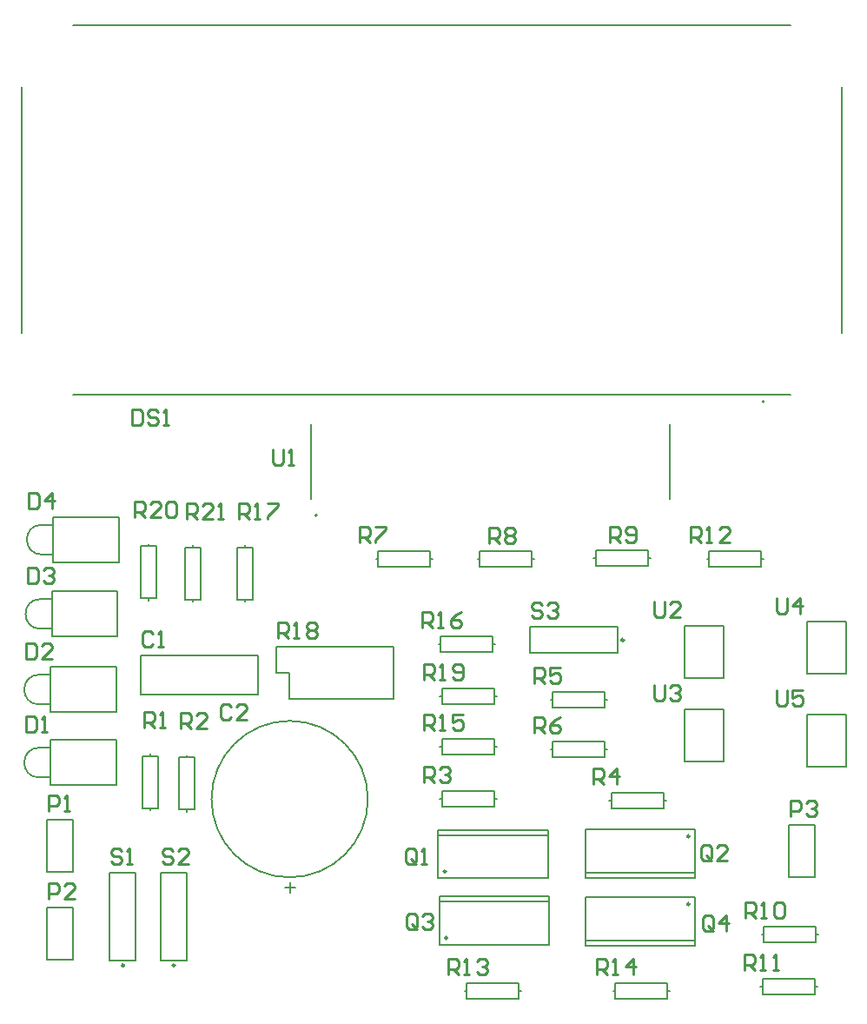
<source format=gto>
G04*
G04 #@! TF.GenerationSoftware,Altium Limited,Altium Designer,21.6.1 (37)*
G04*
G04 Layer_Color=65535*
%FSLAX25Y25*%
%MOIN*%
G70*
G04*
G04 #@! TF.SameCoordinates,3883BF2F-BC99-4846-9409-8211DB2FD588*
G04*
G04*
G04 #@! TF.FilePolarity,Positive*
G04*
G01*
G75*
%ADD10C,0.00984*%
%ADD11C,0.00500*%
%ADD12C,0.00787*%
%ADD13C,0.00591*%
%ADD14C,0.01000*%
D10*
X87496Y24256D02*
G03*
X87496Y24256I-492J0D01*
G01*
X284996Y73724D02*
G03*
X284996Y73724I-492J0D01*
G01*
Y47724D02*
G03*
X284996Y47724I-492J0D01*
G01*
X191488Y60276D02*
G03*
X191488Y60276I-492J0D01*
G01*
X191988Y34776D02*
G03*
X191988Y34776I-492J0D01*
G01*
X67996Y24256D02*
G03*
X67996Y24256I-492J0D01*
G01*
X259736Y149004D02*
G03*
X259736Y149004I-492J0D01*
G01*
D11*
X35346Y135709D02*
G03*
X35346Y124291I0J-5709D01*
G01*
Y107709D02*
G03*
X35346Y96291I0J-5709D01*
G01*
X36347Y193209D02*
G03*
X36347Y181791I0J-5709D01*
G01*
X35846Y164709D02*
G03*
X35846Y153291I0J-5709D01*
G01*
X64874Y121339D02*
Y138661D01*
X39677Y121339D02*
X64874D01*
X39677D02*
Y138661D01*
X64874D01*
X35346Y124291D02*
X39677D01*
X35346Y135709D02*
X39677D01*
X139602Y203248D02*
Y231752D01*
X277398Y203248D02*
Y231752D01*
X283000Y102500D02*
Y122500D01*
X298000D01*
Y102500D02*
Y122500D01*
X283000Y102500D02*
X298000D01*
X330000Y100500D02*
Y120500D01*
X345000D01*
Y100500D02*
Y120500D01*
X330000Y100500D02*
X345000D01*
X330000Y136000D02*
Y156000D01*
X345000D01*
Y136000D02*
Y156000D01*
X330000Y136000D02*
X345000D01*
X283000Y134500D02*
Y154500D01*
X298000D01*
Y134500D02*
Y154500D01*
X283000Y134500D02*
X298000D01*
X343480Y266756D02*
Y361244D01*
X28520Y266756D02*
Y361244D01*
X48205Y384866D02*
X323795D01*
X48205Y243134D02*
X323795D01*
X64874Y93339D02*
Y110661D01*
X39677Y93339D02*
X64874D01*
X39677D02*
Y110661D01*
X64874D01*
X35346Y96291D02*
X39677D01*
X35346Y107709D02*
X39677D01*
X65874Y178839D02*
Y196161D01*
X40677Y178839D02*
X65874D01*
X40677D02*
Y196161D01*
X65874D01*
X36347Y181791D02*
X40677D01*
X36347Y193209D02*
X40677D01*
X65374Y150339D02*
Y167661D01*
X40177Y150339D02*
X65374D01*
X40177D02*
Y167661D01*
X65374D01*
X35846Y153291D02*
X40177D01*
X35846Y164709D02*
X40177D01*
D12*
X141965Y196831D02*
G03*
X141965Y196831I-394J0D01*
G01*
X313559Y240378D02*
G03*
X313559Y240378I-394J0D01*
G01*
X161500Y88000D02*
G03*
X161500Y88000I-30000J0D01*
G01*
X77500Y185000D02*
Y185900D01*
Y164100D02*
Y165000D01*
Y185000D02*
X80500D01*
Y165000D02*
Y185000D01*
X74500Y165000D02*
X80500D01*
X74500D02*
Y185000D01*
X77500D01*
X224500Y180000D02*
X225400D01*
X203600D02*
X204500D01*
X224500Y177000D02*
Y180000D01*
X204500Y177000D02*
X224500D01*
X204500D02*
Y183000D01*
X224500D01*
Y180000D02*
Y183000D01*
X82000Y26150D02*
Y59850D01*
X92000D01*
Y26150D02*
Y59850D01*
X82000Y26150D02*
X92000D01*
X38500Y26500D02*
X48500D01*
X38500D02*
Y46500D01*
X48500D01*
Y26500D02*
Y46500D01*
X244937Y59748D02*
X287063D01*
X244937Y57780D02*
X287063D01*
X244937Y76284D02*
X287063D01*
Y57780D02*
Y76284D01*
X244937Y57780D02*
Y76284D01*
X244937Y33748D02*
X287063D01*
X244937Y31780D02*
X287063D01*
X244937Y50283D02*
X287063D01*
Y31780D02*
Y50283D01*
X244937Y31780D02*
Y50283D01*
X188437Y74252D02*
X230563D01*
X188437Y76221D02*
X230563D01*
X188437Y57717D02*
X230563D01*
X188437D02*
Y76221D01*
X230563Y57717D02*
Y76221D01*
X188937Y48752D02*
X231063D01*
X188937Y50721D02*
X231063D01*
X188937Y32217D02*
X231063D01*
X188937D02*
Y50721D01*
X231063Y32217D02*
Y50721D01*
X248100Y180500D02*
X249000D01*
X269000D02*
X269900D01*
X249000D02*
Y183500D01*
X269000D01*
Y177500D02*
Y183500D01*
X249000Y177500D02*
X269000D01*
X249000D02*
Y180500D01*
X255600Y14500D02*
X256500D01*
X276500D02*
X277400D01*
X256500D02*
Y17500D01*
X276500D01*
Y11500D02*
Y17500D01*
X256500Y11500D02*
X276500D01*
X256500D02*
Y14500D01*
X252500Y107000D02*
X253400D01*
X231600D02*
X232500D01*
X252500Y104000D02*
Y107000D01*
X232500Y104000D02*
X252500D01*
X232500D02*
Y110000D01*
X252500D01*
Y107000D02*
Y110000D01*
X210000Y88000D02*
X210900D01*
X189100D02*
X190000D01*
X210000Y85000D02*
Y88000D01*
X190000Y85000D02*
X210000D01*
X190000D02*
Y91000D01*
X210000D01*
Y88000D02*
Y91000D01*
Y108000D02*
Y111000D01*
X190000D02*
X210000D01*
X190000Y105000D02*
Y111000D01*
Y105000D02*
X210000D01*
Y108000D01*
X189100D02*
X190000D01*
X210000D02*
X210900D01*
X209500Y147500D02*
Y150500D01*
X189500D02*
X209500D01*
X189500Y144500D02*
Y150500D01*
Y144500D02*
X209500D01*
Y147500D01*
X188600D02*
X189500D01*
X209500D02*
X210400D01*
X62500Y26150D02*
Y59850D01*
X72500D01*
Y26150D02*
Y59850D01*
X62500Y26150D02*
X72500D01*
X38500Y60000D02*
X48500D01*
X38500D02*
Y80000D01*
X48500D01*
Y60000D02*
Y80000D01*
X78000Y84500D02*
X81000D01*
Y104500D01*
X75000D02*
X81000D01*
X75000Y84500D02*
Y104500D01*
Y84500D02*
X78000D01*
Y104500D02*
Y105400D01*
Y83600D02*
Y84500D01*
X92000Y84000D02*
X95000D01*
Y104000D01*
X89000D02*
X95000D01*
X89000Y84000D02*
Y104000D01*
Y84000D02*
X92000D01*
Y104000D02*
Y104900D01*
Y83100D02*
Y84000D01*
X119500Y128000D02*
Y143000D01*
X74500Y128000D02*
X119500D01*
X74500D02*
Y143000D01*
X119500D01*
X255000Y84500D02*
Y87500D01*
Y84500D02*
X275000D01*
Y90500D01*
X255000D02*
X275000D01*
X255000Y87500D02*
Y90500D01*
X275000Y87500D02*
X275900D01*
X254100D02*
X255000D01*
X232500Y123000D02*
Y126000D01*
Y123000D02*
X252500D01*
Y129000D01*
X232500D02*
X252500D01*
X232500Y126000D02*
Y129000D01*
X252500Y126000D02*
X253400D01*
X231600D02*
X232500D01*
X185500Y180000D02*
Y183000D01*
X165500D02*
X185500D01*
X165500Y177000D02*
Y183000D01*
Y177000D02*
X185500D01*
Y180000D01*
X164600D02*
X165500D01*
X185500D02*
X186400D01*
X292500Y177000D02*
Y180000D01*
Y177000D02*
X312500D01*
Y183000D01*
X292500D02*
X312500D01*
X292500Y180000D02*
Y183000D01*
X312500Y180000D02*
X313400D01*
X291600D02*
X292500D01*
X333000Y16000D02*
Y19000D01*
X313000D02*
X333000D01*
X313000Y13000D02*
Y19000D01*
Y13000D02*
X333000D01*
Y16000D01*
X312100D02*
X313000D01*
X333000D02*
X333900D01*
X333500Y36000D02*
Y39000D01*
X313500D02*
X333500D01*
X313500Y33000D02*
Y39000D01*
Y33000D02*
X333500D01*
Y36000D01*
X312600D02*
X313500D01*
X333500D02*
X334400D01*
X219500Y14500D02*
Y17500D01*
X199500D02*
X219500D01*
X199500Y11500D02*
Y17500D01*
Y11500D02*
X219500D01*
Y14500D01*
X198600D02*
X199500D01*
X219500D02*
X220400D01*
X111500Y184500D02*
X114500D01*
X111500Y164500D02*
Y184500D01*
Y164500D02*
X117500D01*
Y184500D01*
X114500D02*
X117500D01*
X114500Y163600D02*
Y164500D01*
Y184500D02*
Y185400D01*
X171500Y126500D02*
Y146500D01*
X126500D02*
X171500D01*
X126500Y136500D02*
Y146500D01*
Y136500D02*
X131500D01*
Y126500D02*
Y136500D01*
Y126500D02*
X171500D01*
X323000Y58000D02*
X333000D01*
X323000D02*
Y78000D01*
X333000D01*
Y58000D02*
Y78000D01*
X223650Y144000D02*
X257350D01*
X223650D02*
Y154000D01*
X257350D01*
Y144000D02*
Y154000D01*
X210000Y127500D02*
Y130500D01*
X190000D02*
X210000D01*
X190000Y124500D02*
Y130500D01*
Y124500D02*
X210000D01*
Y127500D01*
X189100D02*
X190000D01*
X210000D02*
X210900D01*
X91500Y184500D02*
X94500D01*
X91500Y164500D02*
Y184500D01*
Y164500D02*
X97500D01*
Y184500D01*
X94500D02*
X97500D01*
X94500Y163600D02*
Y164500D01*
Y184500D02*
Y185400D01*
D13*
X131551Y55985D02*
Y52049D01*
X133519Y54017D02*
X129583D01*
D14*
X86599Y68198D02*
X85599Y69198D01*
X83600D01*
X82600Y68198D01*
Y67199D01*
X83600Y66199D01*
X85599D01*
X86599Y65199D01*
Y64200D01*
X85599Y63200D01*
X83600D01*
X82600Y64200D01*
X92597Y63200D02*
X88598D01*
X92597Y67199D01*
Y68198D01*
X91597Y69198D01*
X89598D01*
X88598Y68198D01*
X39100Y49900D02*
Y55898D01*
X42099D01*
X43099Y54898D01*
Y52899D01*
X42099Y51899D01*
X39100D01*
X49097Y49900D02*
X45098D01*
X49097Y53899D01*
Y54898D01*
X48097Y55898D01*
X46098D01*
X45098Y54898D01*
X30400Y147898D02*
Y141900D01*
X33399D01*
X34399Y142900D01*
Y146898D01*
X33399Y147898D01*
X30400D01*
X40397Y141900D02*
X36398D01*
X40397Y145899D01*
Y146898D01*
X39397Y147898D01*
X37398D01*
X36398Y146898D01*
X125001Y221999D02*
Y217001D01*
X126001Y216001D01*
X128000D01*
X129000Y217001D01*
Y221999D01*
X130999Y216001D02*
X132999D01*
X131999D01*
Y221999D01*
X130999Y220999D01*
X183000Y114400D02*
Y120398D01*
X185999D01*
X186999Y119398D01*
Y117399D01*
X185999Y116399D01*
X183000D01*
X184999D02*
X186999Y114400D01*
X188998D02*
X190997D01*
X189998D01*
Y120398D01*
X188998Y119398D01*
X197995Y120398D02*
X193996D01*
Y117399D01*
X195996Y118399D01*
X196995D01*
X197995Y117399D01*
Y115400D01*
X196995Y114400D01*
X194996D01*
X193996Y115400D01*
X318200Y129798D02*
Y124800D01*
X319200Y123800D01*
X321199D01*
X322199Y124800D01*
Y129798D01*
X328197D02*
X324198D01*
Y126799D01*
X326197Y127799D01*
X327197D01*
X328197Y126799D01*
Y124800D01*
X327197Y123800D01*
X325198D01*
X324198Y124800D01*
X318200Y165198D02*
Y160200D01*
X319200Y159200D01*
X321199D01*
X322199Y160200D01*
Y165198D01*
X327197Y159200D02*
Y165198D01*
X324198Y162199D01*
X328197D01*
X271200Y131798D02*
Y126800D01*
X272200Y125800D01*
X274199D01*
X275199Y126800D01*
Y131798D01*
X277198Y130798D02*
X278198Y131798D01*
X280197D01*
X281197Y130798D01*
Y129799D01*
X280197Y128799D01*
X279197D01*
X280197D01*
X281197Y127799D01*
Y126800D01*
X280197Y125800D01*
X278198D01*
X277198Y126800D01*
X271200Y163798D02*
Y158800D01*
X272200Y157800D01*
X274199D01*
X275199Y158800D01*
Y163798D01*
X281197Y157800D02*
X277198D01*
X281197Y161799D01*
Y162798D01*
X280197Y163798D01*
X278198D01*
X277198Y162798D01*
X228299Y162398D02*
X227299Y163398D01*
X225300D01*
X224300Y162398D01*
Y161399D01*
X225300Y160399D01*
X227299D01*
X228299Y159399D01*
Y158400D01*
X227299Y157400D01*
X225300D01*
X224300Y158400D01*
X230298Y162398D02*
X231298Y163398D01*
X233297D01*
X234297Y162398D01*
Y161399D01*
X233297Y160399D01*
X232297D01*
X233297D01*
X234297Y159399D01*
Y158400D01*
X233297Y157400D01*
X231298D01*
X230298Y158400D01*
X67099Y68198D02*
X66099Y69198D01*
X64100D01*
X63100Y68198D01*
Y67199D01*
X64100Y66199D01*
X66099D01*
X67099Y65199D01*
Y64200D01*
X66099Y63200D01*
X64100D01*
X63100Y64200D01*
X69098Y63200D02*
X71097D01*
X70098D01*
Y69198D01*
X69098Y68198D01*
X92100Y195500D02*
Y201498D01*
X95099D01*
X96099Y200498D01*
Y198499D01*
X95099Y197499D01*
X92100D01*
X94099D02*
X96099Y195500D01*
X102097D02*
X98098D01*
X102097Y199499D01*
Y200498D01*
X101097Y201498D01*
X99098D01*
X98098Y200498D01*
X104096Y195500D02*
X106096D01*
X105096D01*
Y201498D01*
X104096Y200498D01*
X72003Y196001D02*
Y201999D01*
X75002D01*
X76001Y200999D01*
Y199000D01*
X75002Y198000D01*
X72003D01*
X74002D02*
X76001Y196001D01*
X81999D02*
X78001D01*
X81999Y200000D01*
Y200999D01*
X81000Y201999D01*
X79000D01*
X78001Y200999D01*
X83999D02*
X84998Y201999D01*
X86998D01*
X87997Y200999D01*
Y197001D01*
X86998Y196001D01*
X84998D01*
X83999Y197001D01*
Y200999D01*
X183000Y133900D02*
Y139898D01*
X185999D01*
X186999Y138898D01*
Y136899D01*
X185999Y135899D01*
X183000D01*
X184999D02*
X186999Y133900D01*
X188998D02*
X190997D01*
X189998D01*
Y139898D01*
X188998Y138898D01*
X193996Y134900D02*
X194996Y133900D01*
X196995D01*
X197995Y134900D01*
Y138898D01*
X196995Y139898D01*
X194996D01*
X193996Y138898D01*
Y137899D01*
X194996Y136899D01*
X197995D01*
X127100Y149900D02*
Y155898D01*
X130099D01*
X131099Y154898D01*
Y152899D01*
X130099Y151899D01*
X127100D01*
X129099D02*
X131099Y149900D01*
X133098D02*
X135097D01*
X134098D01*
Y155898D01*
X133098Y154898D01*
X138096D02*
X139096Y155898D01*
X141095D01*
X142095Y154898D01*
Y153899D01*
X141095Y152899D01*
X142095Y151899D01*
Y150900D01*
X141095Y149900D01*
X139096D01*
X138096Y150900D01*
Y151899D01*
X139096Y152899D01*
X138096Y153899D01*
Y154898D01*
X139096Y152899D02*
X141095D01*
X182500Y153900D02*
Y159898D01*
X185499D01*
X186499Y158898D01*
Y156899D01*
X185499Y155899D01*
X182500D01*
X184499D02*
X186499Y153900D01*
X188498D02*
X190497D01*
X189498D01*
Y159898D01*
X188498Y158898D01*
X197495Y159898D02*
X195496Y158898D01*
X193496Y156899D01*
Y154900D01*
X194496Y153900D01*
X196495D01*
X197495Y154900D01*
Y155899D01*
X196495Y156899D01*
X193496D01*
X112100Y195500D02*
Y201498D01*
X115099D01*
X116099Y200498D01*
Y198499D01*
X115099Y197499D01*
X112100D01*
X114099D02*
X116099Y195500D01*
X118098D02*
X120097D01*
X119098D01*
Y201498D01*
X118098Y200498D01*
X123096Y201498D02*
X127095D01*
Y200498D01*
X123096Y196500D01*
Y195500D01*
X249500Y20900D02*
Y26898D01*
X252499D01*
X253499Y25898D01*
Y23899D01*
X252499Y22899D01*
X249500D01*
X251499D02*
X253499Y20900D01*
X255498D02*
X257497D01*
X256498D01*
Y26898D01*
X255498Y25898D01*
X263495Y20900D02*
Y26898D01*
X260496Y23899D01*
X264495D01*
X192500Y20900D02*
Y26898D01*
X195499D01*
X196499Y25898D01*
Y23899D01*
X195499Y22899D01*
X192500D01*
X194499D02*
X196499Y20900D01*
X198498D02*
X200497D01*
X199498D01*
Y26898D01*
X198498Y25898D01*
X203496D02*
X204496Y26898D01*
X206495D01*
X207495Y25898D01*
Y24899D01*
X206495Y23899D01*
X205496D01*
X206495D01*
X207495Y22899D01*
Y21900D01*
X206495Y20900D01*
X204496D01*
X203496Y21900D01*
X285500Y186400D02*
Y192398D01*
X288499D01*
X289499Y191398D01*
Y189399D01*
X288499Y188399D01*
X285500D01*
X287499D02*
X289499Y186400D01*
X291498D02*
X293497D01*
X292498D01*
Y192398D01*
X291498Y191398D01*
X300495Y186400D02*
X296496D01*
X300495Y190399D01*
Y191398D01*
X299496Y192398D01*
X297496D01*
X296496Y191398D01*
X306000Y22400D02*
Y28398D01*
X308999D01*
X309999Y27398D01*
Y25399D01*
X308999Y24399D01*
X306000D01*
X307999D02*
X309999Y22400D01*
X311998D02*
X313997D01*
X312998D01*
Y28398D01*
X311998Y27398D01*
X316996Y22400D02*
X318996D01*
X317996D01*
Y28398D01*
X316996Y27398D01*
X306500Y42400D02*
Y48398D01*
X309499D01*
X310499Y47398D01*
Y45399D01*
X309499Y44399D01*
X306500D01*
X308499D02*
X310499Y42400D01*
X312498D02*
X314497D01*
X313498D01*
Y48398D01*
X312498Y47398D01*
X317496D02*
X318496Y48398D01*
X320496D01*
X321495Y47398D01*
Y43400D01*
X320496Y42400D01*
X318496D01*
X317496Y43400D01*
Y47398D01*
X254502Y186501D02*
Y192499D01*
X257501D01*
X258500Y191499D01*
Y189500D01*
X257501Y188500D01*
X254502D01*
X256501D02*
X258500Y186501D01*
X260500Y187501D02*
X261499Y186501D01*
X263499D01*
X264498Y187501D01*
Y191499D01*
X263499Y192499D01*
X261499D01*
X260500Y191499D01*
Y190500D01*
X261499Y189500D01*
X264498D01*
X208002Y186001D02*
Y191999D01*
X211001D01*
X212000Y190999D01*
Y189000D01*
X211001Y188000D01*
X208002D01*
X210001D02*
X212000Y186001D01*
X214000Y190999D02*
X214999Y191999D01*
X216999D01*
X217998Y190999D01*
Y190000D01*
X216999Y189000D01*
X217998Y188000D01*
Y187001D01*
X216999Y186001D01*
X214999D01*
X214000Y187001D01*
Y188000D01*
X214999Y189000D01*
X214000Y190000D01*
Y190999D01*
X214999Y189000D02*
X216999D01*
X158500Y186400D02*
Y192398D01*
X161499D01*
X162499Y191398D01*
Y189399D01*
X161499Y188399D01*
X158500D01*
X160499D02*
X162499Y186400D01*
X164498Y192398D02*
X168497D01*
Y191398D01*
X164498Y187400D01*
Y186400D01*
X225500Y113400D02*
Y119398D01*
X228499D01*
X229499Y118398D01*
Y116399D01*
X228499Y115399D01*
X225500D01*
X227499D02*
X229499Y113400D01*
X235497Y119398D02*
X233497Y118398D01*
X231498Y116399D01*
Y114400D01*
X232498Y113400D01*
X234497D01*
X235497Y114400D01*
Y115399D01*
X234497Y116399D01*
X231498D01*
X225500Y132400D02*
Y138398D01*
X228499D01*
X229499Y137398D01*
Y135399D01*
X228499Y134399D01*
X225500D01*
X227499D02*
X229499Y132400D01*
X235497Y138398D02*
X231498D01*
Y135399D01*
X233497Y136399D01*
X234497D01*
X235497Y135399D01*
Y133400D01*
X234497Y132400D01*
X232498D01*
X231498Y133400D01*
X248000Y93900D02*
Y99898D01*
X250999D01*
X251999Y98898D01*
Y96899D01*
X250999Y95899D01*
X248000D01*
X249999D02*
X251999Y93900D01*
X256997D02*
Y99898D01*
X253998Y96899D01*
X257997D01*
X183000Y94400D02*
Y100398D01*
X185999D01*
X186999Y99398D01*
Y97399D01*
X185999Y96399D01*
X183000D01*
X184999D02*
X186999Y94400D01*
X188998Y99398D02*
X189998Y100398D01*
X191997D01*
X192997Y99398D01*
Y98399D01*
X191997Y97399D01*
X190997D01*
X191997D01*
X192997Y96399D01*
Y95400D01*
X191997Y94400D01*
X189998D01*
X188998Y95400D01*
X89600Y115000D02*
Y120998D01*
X92599D01*
X93599Y119998D01*
Y117999D01*
X92599Y116999D01*
X89600D01*
X91599D02*
X93599Y115000D01*
X99597D02*
X95598D01*
X99597Y118999D01*
Y119998D01*
X98597Y120998D01*
X96598D01*
X95598Y119998D01*
X75600Y115500D02*
Y121498D01*
X78599D01*
X79599Y120498D01*
Y118499D01*
X78599Y117499D01*
X75600D01*
X77599D02*
X79599Y115500D01*
X81598D02*
X83597D01*
X82598D01*
Y121498D01*
X81598Y120498D01*
X294000Y38501D02*
Y42499D01*
X293001Y43499D01*
X291001D01*
X290002Y42499D01*
Y38501D01*
X291001Y37501D01*
X293001D01*
X292001Y39500D02*
X294000Y37501D01*
X293001D02*
X294000Y38501D01*
X298999Y37501D02*
Y43499D01*
X296000Y40500D01*
X299998D01*
X180500Y39001D02*
Y42999D01*
X179501Y43999D01*
X177501D01*
X176502Y42999D01*
Y39001D01*
X177501Y38001D01*
X179501D01*
X178501Y40000D02*
X180500Y38001D01*
X179501D02*
X180500Y39001D01*
X182500Y42999D02*
X183499Y43999D01*
X185499D01*
X186498Y42999D01*
Y42000D01*
X185499Y41000D01*
X184499D01*
X185499D01*
X186498Y40000D01*
Y39001D01*
X185499Y38001D01*
X183499D01*
X182500Y39001D01*
X293500Y65501D02*
Y69499D01*
X292501Y70499D01*
X290501D01*
X289502Y69499D01*
Y65501D01*
X290501Y64501D01*
X292501D01*
X291501Y66500D02*
X293500Y64501D01*
X292501D02*
X293500Y65501D01*
X299498Y64501D02*
X295500D01*
X299498Y68500D01*
Y69499D01*
X298499Y70499D01*
X296499D01*
X295500Y69499D01*
X180000Y64001D02*
Y67999D01*
X179000Y68999D01*
X177001D01*
X176001Y67999D01*
Y64001D01*
X177001Y63001D01*
X179000D01*
X178001Y65000D02*
X180000Y63001D01*
X179000D02*
X180000Y64001D01*
X181999Y63001D02*
X183999D01*
X182999D01*
Y68999D01*
X181999Y67999D01*
X323600Y81400D02*
Y87398D01*
X326599D01*
X327599Y86398D01*
Y84399D01*
X326599Y83399D01*
X323600D01*
X329598Y86398D02*
X330598Y87398D01*
X332597D01*
X333597Y86398D01*
Y85399D01*
X332597Y84399D01*
X331597D01*
X332597D01*
X333597Y83399D01*
Y82400D01*
X332597Y81400D01*
X330598D01*
X329598Y82400D01*
X39100Y83400D02*
Y89398D01*
X42099D01*
X43099Y88398D01*
Y86399D01*
X42099Y85399D01*
X39100D01*
X45098Y83400D02*
X47097D01*
X46098D01*
Y89398D01*
X45098Y88398D01*
X71002Y237499D02*
Y231501D01*
X74001D01*
X75001Y232501D01*
Y236499D01*
X74001Y237499D01*
X71002D01*
X80999Y236499D02*
X79999Y237499D01*
X78000D01*
X77000Y236499D01*
Y235500D01*
X78000Y234500D01*
X79999D01*
X80999Y233500D01*
Y232501D01*
X79999Y231501D01*
X78000D01*
X77000Y232501D01*
X82998Y231501D02*
X84998D01*
X83998D01*
Y237499D01*
X82998Y236499D01*
X31400Y205398D02*
Y199400D01*
X34399D01*
X35399Y200400D01*
Y204398D01*
X34399Y205398D01*
X31400D01*
X40397Y199400D02*
Y205398D01*
X37398Y202399D01*
X41397D01*
X30900Y176898D02*
Y170900D01*
X33899D01*
X34899Y171900D01*
Y175898D01*
X33899Y176898D01*
X30900D01*
X36898Y175898D02*
X37898Y176898D01*
X39897D01*
X40897Y175898D01*
Y174899D01*
X39897Y173899D01*
X38897D01*
X39897D01*
X40897Y172899D01*
Y171900D01*
X39897Y170900D01*
X37898D01*
X36898Y171900D01*
X30400Y119898D02*
Y113900D01*
X33399D01*
X34399Y114900D01*
Y118898D01*
X33399Y119898D01*
X30400D01*
X36398Y113900D02*
X38397D01*
X37398D01*
Y119898D01*
X36398Y118898D01*
X109000Y123499D02*
X108001Y124499D01*
X106001D01*
X105002Y123499D01*
Y119501D01*
X106001Y118501D01*
X108001D01*
X109000Y119501D01*
X114998Y118501D02*
X111000D01*
X114998Y122500D01*
Y123499D01*
X113999Y124499D01*
X111999D01*
X111000Y123499D01*
X79099Y151398D02*
X78099Y152398D01*
X76100D01*
X75100Y151398D01*
Y147400D01*
X76100Y146400D01*
X78099D01*
X79099Y147400D01*
X81098Y146400D02*
X83097D01*
X82098D01*
Y152398D01*
X81098Y151398D01*
M02*

</source>
